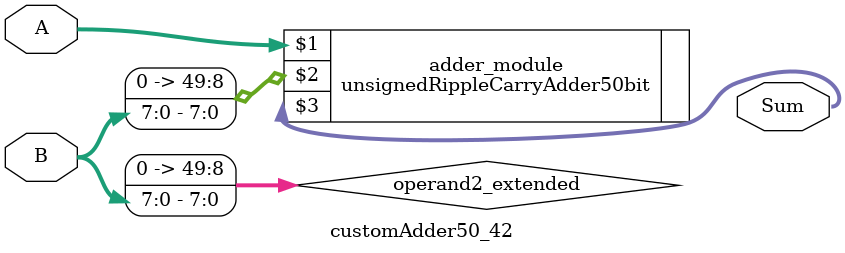
<source format=v>
module customAdder50_42(
                        input [49 : 0] A,
                        input [7 : 0] B,
                        
                        output [50 : 0] Sum
                );

        wire [49 : 0] operand2_extended;
        
        assign operand2_extended =  {42'b0, B};
        
        unsignedRippleCarryAdder50bit adder_module(
            A,
            operand2_extended,
            Sum
        );
        
        endmodule
        
</source>
